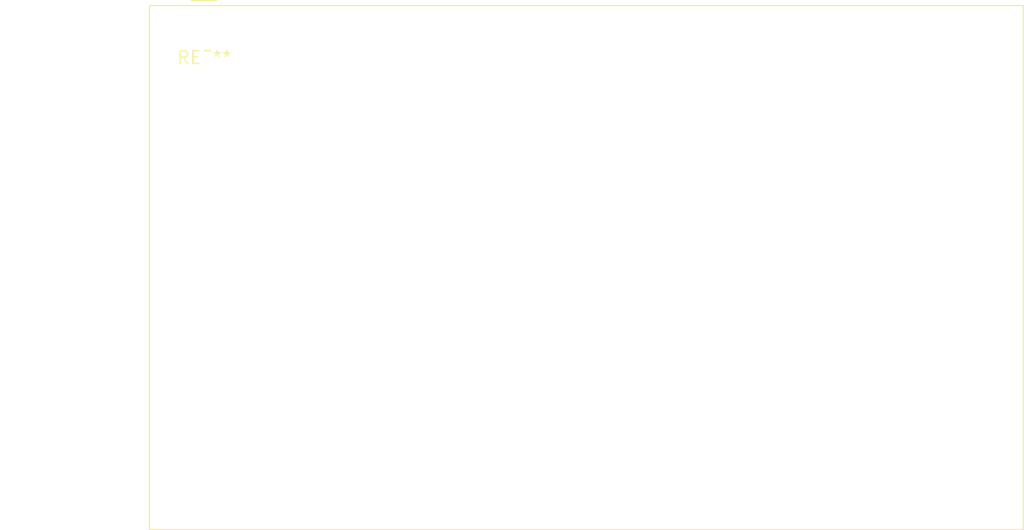
<source format=kicad_pcb>
(kicad_pcb (version 20240108) (generator pcbnew)
  (layers (0 "F.Cu" signal) (31 "B.Cu" signal) (34 "B.Paste" user) (35 "F.Paste" user) (36 "B.SilkS" user "B.Silkscreen") (37 "F.SilkS" user "F.Silkscreen") (38 "B.Mask" user) (39 "F.Mask" user) (44 "Edge.Cuts" user))
  (net 0 "")
  (footprint "Converter_ACDC_MeanWell_IRM-60-xx_THT" (layer "F.Cu") (at 0 0)
    (property "Reference" "REF**")
    (property "Value" "Converter_ACDC_MeanWell_IRM-60-xx_THT")
    (fp_line (start -5.5 -5.2) (end -5.5 47.2) (layer "F.SilkS") (stroke (width 0.12)))
    (fp_line (start -5.5 47.2) (end 81.9 47.2) (layer "F.SilkS") (stroke (width 0.12)))
    (fp_line (start -1.3 -5.7) (end 1.2 -5.7) (layer "F.SilkS") (stroke (width 0.12)))
    (fp_line (start 81.9 -5.2) (end -5.5 -5.2) (layer "F.SilkS") (stroke (width 0.12)))
    (fp_line (start 81.9 47.2) (end 81.9 -5.2) (layer "F.SilkS") (stroke (width 0.12)))
    (pad "1" thru_hole rect (at 0 0) (size 2.5 2.5) (drill 1.2) (layers *.Cu *.Mask) (remove_unused_layers))
    (pad "2" thru_hole circle (at 0 6.75) (size 2.5 2.5) (drill 1.2) (layers *.Cu *.Mask) (remove_unused_layers))
    (pad "3" thru_hole circle (at 76 41.25) (size 4 4) (drill 2.2) (layers *.Cu *.Mask) (remove_unused_layers))
    (pad "4" thru_hole circle (at 76 35.75) (size 4 4) (drill 2.2) (layers *.Cu *.Mask) (remove_unused_layers))
  )
)
</source>
